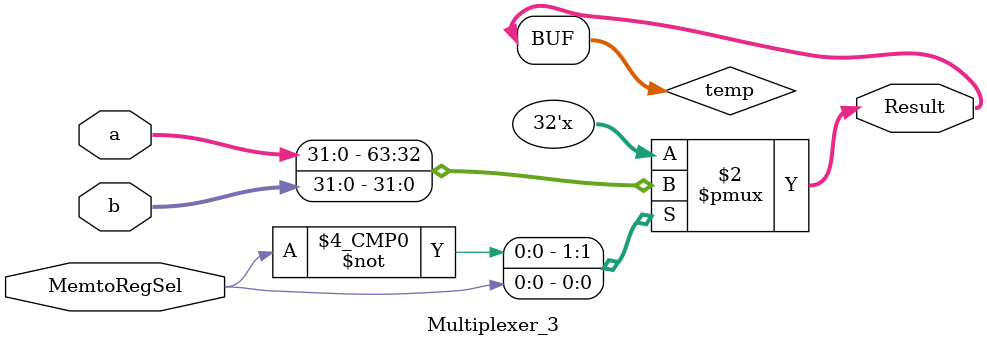
<source format=v>
`timescale 1ns / 1ps
module Multiplexer_3( input [31:0] a,
							 input [31:0] b,
							 input MemtoRegSel,
							 output [31:0] Result
							 );
	reg[31:0] temp;
	
	always @(*) begin 
		case (MemtoRegSel)
			0: temp <= a;
			1: temp <= b;
		endcase 
	end 
	
	assign Result = temp; 

endmodule

</source>
